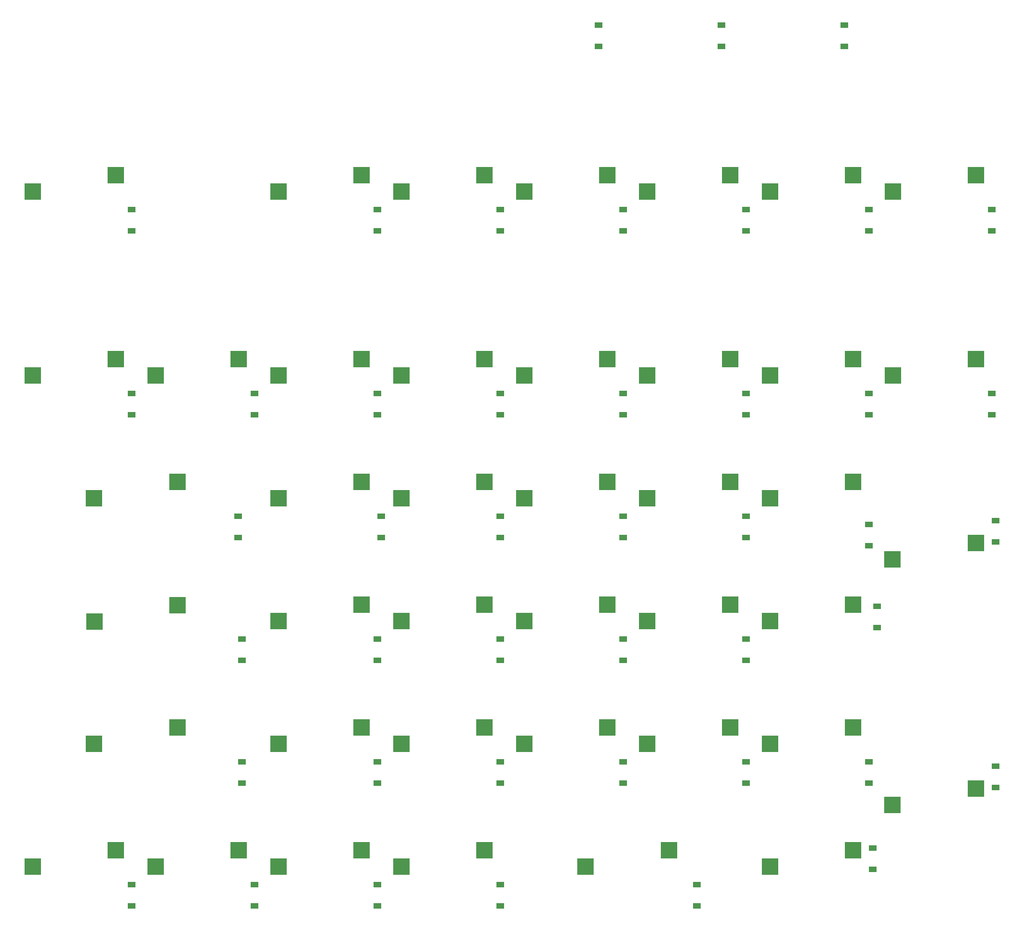
<source format=gbr>
%TF.GenerationSoftware,KiCad,Pcbnew,(5.1.10)-1*%
%TF.CreationDate,2021-08-17T12:27:07-04:00*%
%TF.ProjectId,macropad,6d616372-6f70-4616-942e-6b696361645f,rev?*%
%TF.SameCoordinates,Original*%
%TF.FileFunction,Paste,Bot*%
%TF.FilePolarity,Positive*%
%FSLAX46Y46*%
G04 Gerber Fmt 4.6, Leading zero omitted, Abs format (unit mm)*
G04 Created by KiCad (PCBNEW (5.1.10)-1) date 2021-08-17 12:27:07*
%MOMM*%
%LPD*%
G01*
G04 APERTURE LIST*
%ADD10R,2.550000X2.500000*%
%ADD11R,1.200000X0.900000*%
G04 APERTURE END LIST*
D10*
%TO.C,SW10*%
X79910000Y-60325000D03*
X92837000Y-57785000D03*
%TD*%
D11*
%TO.C,D44*%
X167640000Y-34545000D03*
X167640000Y-37845000D03*
%TD*%
%TO.C,D43*%
X129540000Y-34545000D03*
X129540000Y-37845000D03*
%TD*%
%TO.C,D7*%
X148590000Y-34545000D03*
X148590000Y-37845000D03*
%TD*%
D10*
%TO.C,SW4*%
X64292251Y-124506310D03*
X51365251Y-127046310D03*
%TD*%
D11*
%TO.C,D6*%
X57150000Y-167895000D03*
X57150000Y-171195000D03*
%TD*%
D10*
%TO.C,SW42*%
X188026021Y-152996194D03*
X175099021Y-155536194D03*
%TD*%
%TO.C,SW41*%
X188050924Y-114924880D03*
X175123924Y-117464880D03*
%TD*%
%TO.C,SW40*%
X188087000Y-86360000D03*
X175160000Y-88900000D03*
%TD*%
%TO.C,SW39*%
X175160000Y-60325000D03*
X188087000Y-57785000D03*
%TD*%
%TO.C,SW38*%
X169037000Y-162560000D03*
X156110000Y-165100000D03*
%TD*%
%TO.C,SW37*%
X169037000Y-143510000D03*
X156110000Y-146050000D03*
%TD*%
%TO.C,SW36*%
X169037000Y-124460000D03*
X156110000Y-127000000D03*
%TD*%
%TO.C,SW35*%
X169037000Y-105410000D03*
X156110000Y-107950000D03*
%TD*%
%TO.C,SW34*%
X169037000Y-86360000D03*
X156110000Y-88900000D03*
%TD*%
%TO.C,SW33*%
X156110000Y-60325000D03*
X169037000Y-57785000D03*
%TD*%
%TO.C,SW32*%
X149987000Y-143510000D03*
X137060000Y-146050000D03*
%TD*%
%TO.C,SW31*%
X149987000Y-124460000D03*
X137060000Y-127000000D03*
%TD*%
%TO.C,SW30*%
X149987000Y-105410000D03*
X137060000Y-107950000D03*
%TD*%
%TO.C,SW29*%
X149987000Y-86360000D03*
X137060000Y-88900000D03*
%TD*%
%TO.C,SW28*%
X137060000Y-60325000D03*
X149987000Y-57785000D03*
%TD*%
%TO.C,SW27*%
X140462000Y-162560000D03*
X127535000Y-165100000D03*
%TD*%
%TO.C,SW26*%
X130937000Y-143510000D03*
X118010000Y-146050000D03*
%TD*%
%TO.C,SW25*%
X130937000Y-124460000D03*
X118010000Y-127000000D03*
%TD*%
%TO.C,SW24*%
X130937000Y-105410000D03*
X118010000Y-107950000D03*
%TD*%
%TO.C,SW23*%
X130937000Y-86360000D03*
X118010000Y-88900000D03*
%TD*%
%TO.C,SW22*%
X118010000Y-60325000D03*
X130937000Y-57785000D03*
%TD*%
%TO.C,SW21*%
X111887000Y-162560000D03*
X98960000Y-165100000D03*
%TD*%
%TO.C,SW20*%
X111887000Y-143510000D03*
X98960000Y-146050000D03*
%TD*%
%TO.C,SW19*%
X111887000Y-124460000D03*
X98960000Y-127000000D03*
%TD*%
%TO.C,SW18*%
X111887000Y-105410000D03*
X98960000Y-107950000D03*
%TD*%
%TO.C,SW17*%
X111887000Y-86360000D03*
X98960000Y-88900000D03*
%TD*%
%TO.C,SW16*%
X98960000Y-60325000D03*
X111887000Y-57785000D03*
%TD*%
%TO.C,SW15*%
X92837000Y-162560000D03*
X79910000Y-165100000D03*
%TD*%
%TO.C,SW14*%
X92837000Y-143510000D03*
X79910000Y-146050000D03*
%TD*%
%TO.C,SW13*%
X92837000Y-124460000D03*
X79910000Y-127000000D03*
%TD*%
%TO.C,SW12*%
X92837000Y-105410000D03*
X79910000Y-107950000D03*
%TD*%
%TO.C,SW11*%
X92837000Y-86360000D03*
X79910000Y-88900000D03*
%TD*%
%TO.C,SW9*%
X73787000Y-162560000D03*
X60860000Y-165100000D03*
%TD*%
%TO.C,SW8*%
X73787000Y-86360000D03*
X60860000Y-88900000D03*
%TD*%
%TO.C,SW6*%
X54737000Y-162560000D03*
X41810000Y-165100000D03*
%TD*%
%TO.C,SW5*%
X64262000Y-143510000D03*
X51335000Y-146050000D03*
%TD*%
%TO.C,SW3*%
X64262000Y-105410000D03*
X51335000Y-107950000D03*
%TD*%
%TO.C,SW2*%
X54737000Y-86360000D03*
X41810000Y-88900000D03*
%TD*%
%TO.C,SW1*%
X41810000Y-60325000D03*
X54737000Y-57785000D03*
%TD*%
D11*
%TO.C,D42*%
X191135000Y-152780000D03*
X191135000Y-149480000D03*
%TD*%
%TO.C,D41*%
X191135000Y-114680000D03*
X191135000Y-111380000D03*
%TD*%
%TO.C,D40*%
X190500000Y-91695000D03*
X190500000Y-94995000D03*
%TD*%
%TO.C,D39*%
X190500000Y-66420000D03*
X190500000Y-63120000D03*
%TD*%
%TO.C,D38*%
X172085000Y-162180000D03*
X172085000Y-165480000D03*
%TD*%
%TO.C,D37*%
X171450000Y-148845000D03*
X171450000Y-152145000D03*
%TD*%
%TO.C,D36*%
X172720000Y-124715000D03*
X172720000Y-128015000D03*
%TD*%
%TO.C,D35*%
X171450000Y-112015000D03*
X171450000Y-115315000D03*
%TD*%
%TO.C,D34*%
X171450000Y-91695000D03*
X171450000Y-94995000D03*
%TD*%
%TO.C,D33*%
X171450000Y-66420000D03*
X171450000Y-63120000D03*
%TD*%
%TO.C,D32*%
X152400000Y-148845000D03*
X152400000Y-152145000D03*
%TD*%
%TO.C,D31*%
X152400000Y-129795000D03*
X152400000Y-133095000D03*
%TD*%
%TO.C,D30*%
X152400000Y-110745000D03*
X152400000Y-114045000D03*
%TD*%
%TO.C,D29*%
X152400000Y-91695000D03*
X152400000Y-94995000D03*
%TD*%
%TO.C,D28*%
X152400000Y-66420000D03*
X152400000Y-63120000D03*
%TD*%
%TO.C,D27*%
X144780000Y-167895000D03*
X144780000Y-171195000D03*
%TD*%
%TO.C,D26*%
X133350000Y-148845000D03*
X133350000Y-152145000D03*
%TD*%
%TO.C,D25*%
X133350000Y-129795000D03*
X133350000Y-133095000D03*
%TD*%
%TO.C,D24*%
X133350000Y-110745000D03*
X133350000Y-114045000D03*
%TD*%
%TO.C,D23*%
X133350000Y-91695000D03*
X133350000Y-94995000D03*
%TD*%
%TO.C,D22*%
X133350000Y-66420000D03*
X133350000Y-63120000D03*
%TD*%
%TO.C,D21*%
X114300000Y-167895000D03*
X114300000Y-171195000D03*
%TD*%
%TO.C,D20*%
X114300000Y-148845000D03*
X114300000Y-152145000D03*
%TD*%
%TO.C,D19*%
X114300000Y-129795000D03*
X114300000Y-133095000D03*
%TD*%
%TO.C,D18*%
X114300000Y-110745000D03*
X114300000Y-114045000D03*
%TD*%
%TO.C,D17*%
X114300000Y-91695000D03*
X114300000Y-94995000D03*
%TD*%
%TO.C,D16*%
X114300000Y-66420000D03*
X114300000Y-63120000D03*
%TD*%
%TO.C,D15*%
X95250000Y-167895000D03*
X95250000Y-171195000D03*
%TD*%
%TO.C,D14*%
X95250000Y-148845000D03*
X95250000Y-152145000D03*
%TD*%
%TO.C,D13*%
X95250000Y-129795000D03*
X95250000Y-133095000D03*
%TD*%
%TO.C,D12*%
X95885000Y-110745000D03*
X95885000Y-114045000D03*
%TD*%
%TO.C,D11*%
X95250000Y-91695000D03*
X95250000Y-94995000D03*
%TD*%
%TO.C,D10*%
X95250000Y-66420000D03*
X95250000Y-63120000D03*
%TD*%
%TO.C,D9*%
X76200000Y-167895000D03*
X76200000Y-171195000D03*
%TD*%
%TO.C,D8*%
X76200000Y-91695000D03*
X76200000Y-94995000D03*
%TD*%
%TO.C,D5*%
X74295000Y-148845000D03*
X74295000Y-152145000D03*
%TD*%
%TO.C,D4*%
X74295000Y-129795000D03*
X74295000Y-133095000D03*
%TD*%
%TO.C,D3*%
X73660000Y-110745000D03*
X73660000Y-114045000D03*
%TD*%
%TO.C,D2*%
X57150000Y-91695000D03*
X57150000Y-94995000D03*
%TD*%
%TO.C,D1*%
X57150000Y-66420000D03*
X57150000Y-63120000D03*
%TD*%
M02*

</source>
